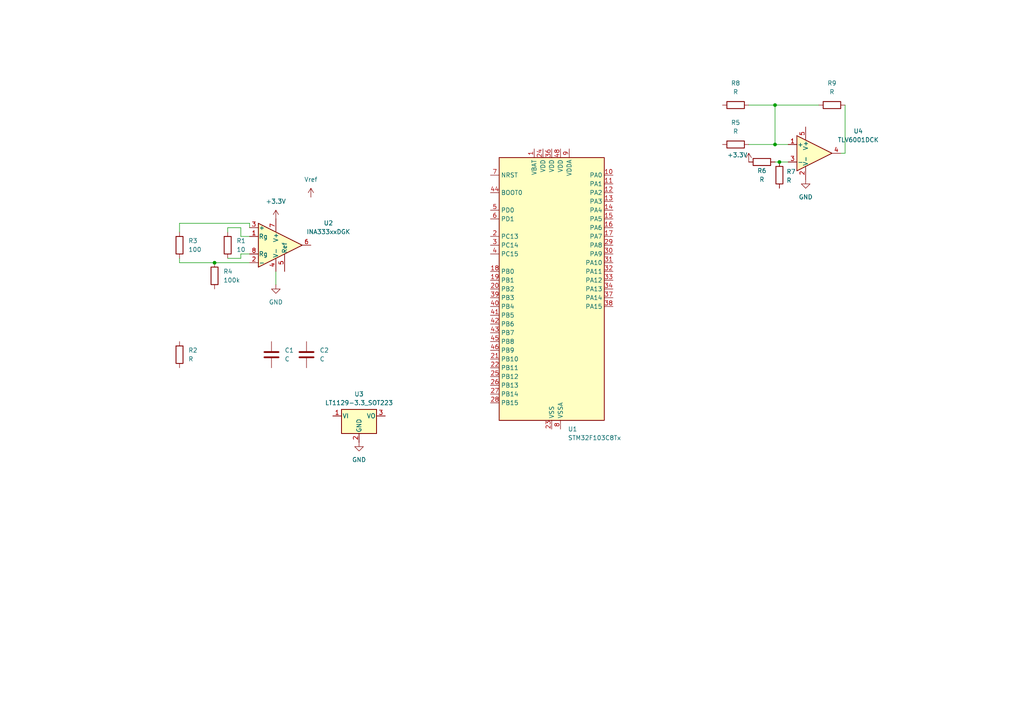
<source format=kicad_sch>
(kicad_sch (version 20250114) (generator "eeschema") (generator_version "9.0")
  (paper "A4")
  (lib_symbols
    (symbol "Amplifier_Instrumentation:INA333xxDGK" (pin_names (offset 0.127))
      (property "Reference" "U" (at 3.81 3.175 0))
      (property "Value" "INA333xxDGK" (at 3.81 -3.175 0))
      (symbol "INA333xxDGK_0_1"
        (polyline (pts (xy 7.62 0) (xy -5.08 6.35) (xy -5.08 -6.35) (xy 7.62 0)) (stroke (width 0.254)) (fill (type background)))
      )
      (symbol "INA333xxDGK_1_1"
        (pin input line (at -7.62 5.08 0) (length 2.54) (name "+") (number "3"))
        (pin passive line (at -7.62 2.54 0) (length 2.54) (name "Rg") (number "1"))
        (pin passive line (at -7.62 -2.54 0) (length 2.54) (name "Rg") (number "8"))
        (pin input line (at -7.62 -5.08 0) (length 2.54) (name "-") (number "2"))
        (pin power_in line (at 0 7.62 270) (length 3.81) (name "V+") (number "7"))
        (pin power_in line (at 0 -7.62 90) (length 3.81) (name "V-") (number "4"))
        (pin input line (at 2.54 -7.62 90) (length 5.08) (name "Ref") (number "5"))
        (pin output line (at 10.16 0 180) (length 2.54) (name "~") (number "6"))
      )
    )
    (symbol "Amplifier_Operational:TLV6001DCK" (pin_names (offset 0.127))
      (property "Reference" "U" (at 7.62 2.54 0))
      (property "Value" "TLV6001DCK" (at 11.43 -2.54 0))
      (symbol "TLV6001DCK_0_1"
        (polyline (pts (xy -2.54 5.08) (xy -2.54 -5.08) (xy 7.62 0) (xy -2.54 5.08)) (stroke (width 0.254)) (fill (type background)))
      )
      (symbol "TLV6001DCK_1_1"
        (pin input line (at -5.08 2.54 0) (length 2.54) (name "+") (number "1"))
        (pin input line (at -5.08 -2.54 0) (length 2.54) (name "-") (number "3"))
        (pin power_in line (at 0 7.62 270) (length 3.81) (name "V+") (number "5"))
        (pin power_in line (at 0 -7.62 90) (length 3.81) (name "V-") (number "2"))
        (pin output line (at 10.16 0 180) (length 2.54) (name "~") (number "4"))
      )
    )
    (symbol "Device:C" (pin_numbers (hide yes)) (pin_names (offset 0.254))
      (property "Reference" "C" (at 0.635 2.54 0))
      (property "Value" "C" (at 0.635 -2.54 0))
      (symbol "C_0_1"
        (polyline (pts (xy -2.032 0.762) (xy 2.032 0.762)) (stroke (width 0.508)))
        (polyline (pts (xy -2.032 -0.762) (xy 2.032 -0.762)) (stroke (width 0.508)))
      )
      (symbol "C_1_1"
        (pin passive line (at 0 3.81 270) (length 2.794) (name "~") (number "1"))
        (pin passive line (at 0 -3.81 90) (length 2.794) (name "~") (number "2"))
      )
    )
    (symbol "Device:R" (pin_numbers (hide yes)) (pin_names (offset 0))
      (property "Reference" "R" (at 2.032 0 90))
      (property "Value" "R" (at 0 0 90))
      (symbol "R_0_1"
        (rectangle (start -1.016 -2.54) (end 1.016 2.54) (stroke (width 0.254)))
      )
      (symbol "R_1_1"
        (pin passive line (at 0 3.81 270) (length 1.27) (name "~") (number "1"))
        (pin passive line (at 0 -3.81 90) (length 1.27) (name "~") (number "2"))
      )
    )
    (symbol "MCU_ST_STM32F1:STM32F103C8Tx"
      (property "Reference" "U" (at -15.24 39.37 0))
      (property "Value" "STM32F103C8Tx" (at 7.62 39.37 0))
      (symbol "STM32F103C8Tx_0_1"
        (rectangle (start -15.24 -38.1) (end 15.24 38.1) (stroke (width 0.254)) (fill (type background)))
      )
      (symbol "STM32F103C8Tx_1_1"
        (pin input line (at -17.78 33.02 0) (length 2.54) (name "NRST") (number "7"))
        (pin input line (at -17.78 27.94 0) (length 2.54) (name "BOOT0") (number "44"))
        (pin bidirectional line (at -17.78 22.86 0) (length 2.54) (name "PD0") (number "5"))
        (pin bidirectional line (at -17.78 20.32 0) (length 2.54) (name "PD1") (number "6"))
        (pin bidirectional line (at -17.78 15.24 0) (length 2.54) (name "PC13") (number "2"))
        (pin bidirectional line (at -17.78 12.7 0) (length 2.54) (name "PC14") (number "3"))
        (pin bidirectional line (at -17.78 10.16 0) (length 2.54) (name "PC15") (number "4"))
        (pin bidirectional line (at -17.78 5.08 0) (length 2.54) (name "PB0") (number "18"))
        (pin bidirectional line (at -17.78 2.54 0) (length 2.54) (name "PB1") (number "19"))
        (pin bidirectional line (at -17.78 0 0) (length 2.54) (name "PB2") (number "20"))
        (pin bidirectional line (at -17.78 -2.54 0) (length 2.54) (name "PB3") (number "39"))
        (pin bidirectional line (at -17.78 -5.08 0) (length 2.54) (name "PB4") (number "40"))
        (pin bidirectional line (at -17.78 -7.62 0) (length 2.54) (name "PB5") (number "41"))
        (pin bidirectional line (at -17.78 -10.16 0) (length 2.54) (name "PB6") (number "42"))
        (pin bidirectional line (at -17.78 -12.7 0) (length 2.54) (name "PB7") (number "43"))
        (pin bidirectional line (at -17.78 -15.24 0) (length 2.54) (name "PB8") (number "45"))
        (pin bidirectional line (at -17.78 -17.78 0) (length 2.54) (name "PB9") (number "46"))
        (pin bidirectional line (at -17.78 -20.32 0) (length 2.54) (name "PB10") (number "21"))
        (pin bidirectional line (at -17.78 -22.86 0) (length 2.54) (name "PB11") (number "22"))
        (pin bidirectional line (at -17.78 -25.4 0) (length 2.54) (name "PB12") (number "25"))
        (pin bidirectional line (at -17.78 -27.94 0) (length 2.54) (name "PB13") (number "26"))
        (pin bidirectional line (at -17.78 -30.48 0) (length 2.54) (name "PB14") (number "27"))
        (pin bidirectional line (at -17.78 -33.02 0) (length 2.54) (name "PB15") (number "28"))
        (pin power_in line (at -5.08 40.64 270) (length 2.54) (name "VBAT") (number "1"))
        (pin power_in line (at -2.54 40.64 270) (length 2.54) (name "VDD") (number "24"))
        (pin power_in line (at 0 40.64 270) (length 2.54) (name "VDD") (number "36"))
        (pin power_in line (at 0 -40.64 90) (length 2.54) (name "VSS") (number "23"))
        (pin passive line (at 0 -40.64 90) (length 2.54) (hide yes) (name "VSS") (number "35"))
        (pin passive line (at 0 -40.64 90) (length 2.54) (hide yes) (name "VSS") (number "47"))
        (pin power_in line (at 2.54 40.64 270) (length 2.54) (name "VDD") (number "48"))
        (pin power_in line (at 2.54 -40.64 90) (length 2.54) (name "VSSA") (number "8"))
        (pin power_in line (at 5.08 40.64 270) (length 2.54) (name "VDDA") (number "9"))
        (pin bidirectional line (at 17.78 33.02 180) (length 2.54) (name "PA0") (number "10"))
        (pin bidirectional line (at 17.78 30.48 180) (length 2.54) (name "PA1") (number "11"))
        (pin bidirectional line (at 17.78 27.94 180) (length 2.54) (name "PA2") (number "12"))
        (pin bidirectional line (at 17.78 25.4 180) (length 2.54) (name "PA3") (number "13"))
        (pin bidirectional line (at 17.78 22.86 180) (length 2.54) (name "PA4") (number "14"))
        (pin bidirectional line (at 17.78 20.32 180) (length 2.54) (name "PA5") (number "15"))
        (pin bidirectional line (at 17.78 17.78 180) (length 2.54) (name "PA6") (number "16"))
        (pin bidirectional line (at 17.78 15.24 180) (length 2.54) (name "PA7") (number "17"))
        (pin bidirectional line (at 17.78 12.7 180) (length 2.54) (name "PA8") (number "29"))
        (pin bidirectional line (at 17.78 10.16 180) (length 2.54) (name "PA9") (number "30"))
        (pin bidirectional line (at 17.78 7.62 180) (length 2.54) (name "PA10") (number "31"))
        (pin bidirectional line (at 17.78 5.08 180) (length 2.54) (name "PA11") (number "32"))
        (pin bidirectional line (at 17.78 2.54 180) (length 2.54) (name "PA12") (number "33"))
        (pin bidirectional line (at 17.78 0 180) (length 2.54) (name "PA13") (number "34"))
        (pin bidirectional line (at 17.78 -2.54 180) (length 2.54) (name "PA14") (number "37"))
        (pin bidirectional line (at 17.78 -5.08 180) (length 2.54) (name "PA15") (number "38"))
      )
    )
    (symbol "Regulator_Linear:LT1129-3.3_SOT223" (pin_names (offset 0.254))
      (property "Reference" "U" (at -3.81 3.175 0))
      (property "Value" "LT1129-3.3_SOT223" (at 0 3.175 0))
      (symbol "LT1129-3.3_SOT223_0_1"
        (rectangle (start -5.08 -5.08) (end 5.08 1.905) (stroke (width 0.254)) (fill (type background)))
      )
      (symbol "LT1129-3.3_SOT223_1_1"
        (pin power_in line (at -7.62 0 0) (length 2.54) (name "VI") (number "1"))
        (pin power_in line (at 0 -7.62 90) (length 2.54) (name "GND") (number "2"))
        (pin power_out line (at 7.62 0 180) (length 2.54) (name "VO") (number "3"))
      )
    )
    (symbol "power:+3.3V" (power) (pin_numbers (hide yes)) (pin_names (offset 0) (hide yes))
      (property "Value" "+3.3V" (at 0 3.556 0))
      (symbol "+3.3V_0_1"
        (polyline (pts (xy -0.762 1.27) (xy 0 2.54)))
        (polyline (pts (xy 0 2.54) (xy 0.762 1.27)))
        (polyline (pts (xy 0 0) (xy 0 2.54)))
      )
      (symbol "+3.3V_1_1"
        (pin power_in line (at 0 0 90) (length 0) (name "~") (number "1"))
      )
    )
    (symbol "power:GND" (power) (pin_numbers (hide yes)) (pin_names (offset 0) (hide yes))
      (property "Value" "GND" (at 0 -3.81 0))
      (symbol "GND_0_1"
        (polyline (pts (xy 0 0) (xy 0 -1.27) (xy 1.27 -1.27) (xy 0 -2.54) (xy -1.27 -1.27) (xy 0 -1.27)))
      )
      (symbol "GND_1_1"
        (pin power_in line (at 0 0 270) (length 0) (name "~") (number "1"))
      )
    )
    (symbol "power:Vref" (power) (pin_numbers (hide yes)) (pin_names (offset 0) (hide yes))
      (property "Value" "Vref" (at 0 3.556 0))
      (symbol "Vref_0_1"
        (polyline (pts (xy -0.762 1.27) (xy 0 2.54)))
        (polyline (pts (xy 0 2.54) (xy 0.762 1.27)))
        (polyline (pts (xy 0 0) (xy 0 2.54)))
      )
      (symbol "Vref_1_1"
        (pin power_in line (at 0 0 90) (length 0) (name "~") (number "1"))
      )
    )
  )
  (junction (at 224.79 41.91))
  (junction (at 224.79 30.48))
  (junction (at 226.06 46.99))
  (junction (at 62.23 76.2))
  (wire (pts (xy 72.39 76.2) (xy 62.23 76.2)))
  (wire (pts (xy 224.79 41.91) (xy 228.6 41.91)))
  (wire (pts (xy 245.11 44.45) (xy 243.84 44.45)))
  (wire (pts (xy 69.85 68.58) (xy 72.39 68.58)))
  (wire (pts (xy 69.85 74.93) (xy 69.85 73.66)))
  (wire (pts (xy 66.04 74.93) (xy 69.85 74.93)))
  (wire (pts (xy 72.39 64.77) (xy 72.39 66.04)))
  (wire (pts (xy 52.07 64.77) (xy 72.39 64.77)))
  (wire (pts (xy 52.07 74.93) (xy 52.07 76.2)))
  (wire (pts (xy 224.79 30.48) (xy 224.79 41.91)))
  (wire (pts (xy 62.23 76.2) (xy 52.07 76.2)))
  (wire (pts (xy 224.79 46.99) (xy 226.06 46.99)))
  (wire (pts (xy 226.06 46.99) (xy 228.6 46.99)))
  (wire (pts (xy 66.04 66.04) (xy 69.85 66.04)))
  (wire (pts (xy 217.17 30.48) (xy 224.79 30.48)))
  (wire (pts (xy 52.07 67.31) (xy 52.07 64.77)))
  (wire (pts (xy 217.17 41.91) (xy 224.79 41.91)))
  (wire (pts (xy 245.11 30.48) (xy 245.11 44.45)))
  (wire (pts (xy 66.04 67.31) (xy 66.04 66.04)))
  (wire (pts (xy 224.79 30.48) (xy 237.49 30.48)))
  (wire (pts (xy 69.85 73.66) (xy 72.39 73.66)))
  (wire (pts (xy 69.85 66.04) (xy 69.85 68.58)))
  (wire (pts (xy 80.01 82.55) (xy 80.01 78.74)))
  (symbol (lib_id "power:Vref") (at 90.17 57.15 0) (unit 1)
    (property "Reference" "#PWR02" (effects (hide yes)))
    (property "Value" "Vref" (at 90.17 52.07 0))
    (property "Description" "Power symbol creates a global label with name \"Vref\"" (effects (hide yes)))
  )
  (symbol (lib_id "Device:C") (at 78.74 102.87 0) (unit 1)
    (property "Reference" "C1" (at 82.55 101.5999 0) (effects (justify left)))
    (property "Value" "C" (at 82.55 104.1399 0) (effects (justify left)))
    (property "Description" "Unpolarized capacitor" (effects (hide yes)))
  )
  (symbol (lib_id "power:+3.3V") (at 80.01 63.5 0) (unit 1)
    (property "Reference" "#PWR01" (effects (hide yes)))
    (property "Value" "+3.3V" (at 80.01 58.42 0))
    (property "Description" "Power symbol creates a global label with name \"+3.3V\"" (effects (hide yes)))
  )
  (symbol (lib_id "power:GND") (at 233.68 52.07 0) (unit 1)
    (property "Reference" "#PWR05" (effects (hide yes)))
    (property "Value" "GND" (at 233.68 57.15 0))
    (property "Description" "Power symbol creates a global label with name \"GND\" , ground" (effects (hide yes)))
  )
  (symbol (lib_id "Device:R") (at 213.36 30.48 90) (unit 1)
    (property "Reference" "R8" (at 213.36 24.13 90))
    (property "Value" "R" (at 213.36 26.67 90))
    (property "Description" "Resistor" (effects (hide yes)))
  )
  (symbol (lib_id "Device:R") (at 226.06 50.8 180) (unit 1)
    (property "Reference" "R7" (at 228.092 49.784 0) (effects (justify right)))
    (property "Value" "R" (at 228.092 52.324 0) (effects (justify right)))
    (property "Description" "Resistor" (effects (hide yes)))
  )
  (symbol (lib_id "Device:R") (at 241.3 30.48 90) (unit 1)
    (property "Reference" "R9" (at 241.3 24.13 90))
    (property "Value" "R" (at 241.3 26.67 90))
    (property "Description" "Resistor" (effects (hide yes)))
  )
  (symbol (lib_id "Device:R") (at 213.36 41.91 90) (unit 1)
    (property "Reference" "R5" (at 213.36 35.56 90))
    (property "Value" "R" (at 213.36 38.1 90))
    (property "Description" "Resistor" (effects (hide yes)))
  )
  (symbol (lib_id "Device:R") (at 220.98 46.99 90) (unit 1)
    (property "Reference" "R6" (at 220.98 49.53 90))
    (property "Value" "R" (at 220.98 52.07 90))
    (property "Description" "Resistor" (effects (hide yes)))
  )
  (symbol (lib_id "Device:R") (at 52.07 102.87 0) (unit 1)
    (property "Reference" "R2" (at 54.61 101.5999 0) (effects (justify left)))
    (property "Value" "R" (at 54.61 104.1399 0) (effects (justify left)))
    (property "Description" "Resistor" (effects (hide yes)))
  )
  (symbol (lib_id "Device:R") (at 62.23 80.01 0) (unit 1)
    (property "Reference" "R4" (at 64.77 78.7399 0) (effects (justify left)))
    (property "Value" "100k" (at 64.77 81.2799 0) (effects (justify left)))
    (property "Description" "Resistor" (effects (hide yes)))
  )
  (symbol (lib_id "power:+3.3V") (at 217.17 46.99 0) (unit 1)
    (property "Reference" "#PWR04" (effects (hide yes)))
    (property "Value" "+3.3V" (at 213.868 44.958 0))
    (property "Description" "Power symbol creates a global label with name \"+3.3V\"" (effects (hide yes)))
  )
  (symbol (lib_id "MCU_ST_STM32F1:STM32F103C8Tx") (at 160.02 83.82 0) (unit 1)
    (property "Reference" "U1" (at 164.7033 124.46 0) (effects (justify left)))
    (property "Value" "STM32F103C8Tx" (at 164.7033 127 0) (effects (justify left)))
    (property "Footprint" "Package_QFP:LQFP-48_7x7mm_P0.5mm" (effects (hide yes)))
    (property "Datasheet" "https://www.st.com/resource/en/datasheet/stm32f103c8.pdf" (effects (hide yes)))
    (property "Description" "STMicroelectronics Arm Cortex-M3 MCU, 64KB flash, 20KB RAM, 72 MHz, 2.0-3.6V, 37 GPIO, LQFP48" (effects (hide yes)))
  )
  (symbol (lib_id "power:GND") (at 104.14 128.27 0) (unit 1)
    (property "Reference" "#PWR06" (effects (hide yes)))
    (property "Value" "GND" (at 104.14 133.35 0))
    (property "Description" "Power symbol creates a global label with name \"GND\" , ground" (effects (hide yes)))
  )
  (symbol (lib_id "Device:R") (at 52.07 71.12 0) (unit 1)
    (property "Reference" "R3" (at 54.61 69.8499 0) (effects (justify left)))
    (property "Value" "100" (at 54.61 72.3899 0) (effects (justify left)))
    (property "Description" "Resistor" (effects (hide yes)))
  )
  (symbol (lib_id "Regulator_Linear:LT1129-3.3_SOT223") (at 104.14 120.65 0) (unit 1)
    (property "Reference" "U3" (at 104.14 114.3 0))
    (property "Value" "LT1129-3.3_SOT223" (at 104.14 116.84 0))
    (property "Footprint" "Package_TO_SOT_SMD:SOT-223-3_TabPin2" (effects (hide yes)))
    (property "Datasheet" "https://www.analog.com/media/en/technical-documentation/data-sheets/112935ff.pdf" (effects (hide yes)))
    (property "Description" "700mA Micropower Low drop-out regulator, Fixed Output 3.3V, SOT-223" (effects (hide yes)))
  )
  (symbol (lib_id "Amplifier_Operational:TLV6001DCK") (at 233.68 44.45 0) (unit 1)
    (property "Reference" "U4" (at 248.92 38.0298 0))
    (property "Value" "TLV6001DCK" (at 248.92 40.5698 0))
    (property "Footprint" "Package_TO_SOT_SMD:SOT-353_SC-70-5" (effects (hide yes)))
    (property "Datasheet" "http://www.ti.com/lit/ds/symlink/tlv6001.pdf" (effects (hide yes)))
    (property "Description" "Low-power, Rail-to-rail, 1MHz Operational Amplifier, SOT-353" (effects (hide yes)))
  )
  (symbol (lib_id "Device:C") (at 88.9 102.87 0) (unit 1)
    (property "Reference" "C2" (at 92.71 101.5999 0) (effects (justify left)))
    (property "Value" "C" (at 92.71 104.1399 0) (effects (justify left)))
    (property "Description" "Unpolarized capacitor" (effects (hide yes)))
  )
  (symbol (lib_id "Device:R") (at 66.04 71.12 0) (unit 1)
    (property "Reference" "R1" (at 68.58 69.8499 0) (effects (justify left)))
    (property "Value" "10" (at 68.58 72.3899 0) (effects (justify left)))
    (property "Description" "Resistor" (effects (hide yes)))
  )
  (symbol (lib_id "Amplifier_Instrumentation:INA333xxDGK") (at 80.01 71.12 0) (unit 1)
    (property "Reference" "U2" (at 95.25 64.6998 0))
    (property "Value" "INA333xxDGK" (at 95.25 67.2398 0))
    (property "Footprint" "Package_SO:VSSOP-8_3x3mm_P0.65mm" (effects (hide yes)))
    (property "Datasheet" "https://www.ti.com/lit/ds/symlink/ina333.pdf" (effects (hide yes)))
    (property "Description" "Zero Drift, Micropower Instrumentation Amplifier G = 1 + 100kOhm/Rg, VSSOP-8" (effects (hide yes)))
  )
  (symbol (lib_id "power:GND") (at 80.01 82.55 0) (unit 1)
    (property "Reference" "#PWR03" (effects (hide yes)))
    (property "Value" "GND" (at 80.01 87.63 0))
    (property "Description" "Power symbol creates a global label with name \"GND\" , ground" (effects (hide yes)))
  )
)
</source>
